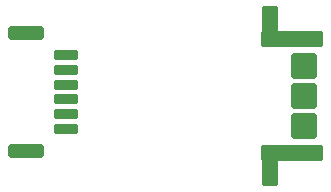
<source format=gbr>
G04*
G04 #@! TF.GenerationSoftware,Altium Limited,Altium Designer,24.7.2 (38)*
G04*
G04 Layer_Color=16711935*
%FSLAX25Y25*%
%MOIN*%
G70*
G04*
G04 #@! TF.SameCoordinates,0AE953C0-7C88-47E9-B79E-664DAA7B62C1*
G04*
G04*
G04 #@! TF.FilePolarity,Negative*
G04*
G01*
G75*
G04:AMPARAMS|DCode=52|XSize=204.85mil|YSize=55.24mil|CornerRadius=7.54mil|HoleSize=0mil|Usage=FLASHONLY|Rotation=0.000|XOffset=0mil|YOffset=0mil|HoleType=Round|Shape=RoundedRectangle|*
%AMROUNDEDRECTD52*
21,1,0.20485,0.04016,0,0,0.0*
21,1,0.18976,0.05524,0,0,0.0*
1,1,0.01509,0.09488,-0.02008*
1,1,0.01509,-0.09488,-0.02008*
1,1,0.01509,-0.09488,0.02008*
1,1,0.01509,0.09488,0.02008*
%
%ADD52ROUNDEDRECTD52*%
G04:AMPARAMS|DCode=53|XSize=86.74mil|YSize=86.74mil|CornerRadius=9.91mil|HoleSize=0mil|Usage=FLASHONLY|Rotation=0.000|XOffset=0mil|YOffset=0mil|HoleType=Round|Shape=RoundedRectangle|*
%AMROUNDEDRECTD53*
21,1,0.08674,0.06693,0,0,0.0*
21,1,0.06693,0.08674,0,0,0.0*
1,1,0.01981,0.03347,-0.03347*
1,1,0.01981,-0.03347,-0.03347*
1,1,0.01981,-0.03347,0.03347*
1,1,0.01981,0.03347,0.03347*
%
%ADD53ROUNDEDRECTD53*%
G04:AMPARAMS|DCode=54|XSize=106.42mil|YSize=55.24mil|CornerRadius=7.54mil|HoleSize=0mil|Usage=FLASHONLY|Rotation=90.000|XOffset=0mil|YOffset=0mil|HoleType=Round|Shape=RoundedRectangle|*
%AMROUNDEDRECTD54*
21,1,0.10642,0.04016,0,0,90.0*
21,1,0.09134,0.05524,0,0,90.0*
1,1,0.01509,0.02008,0.04567*
1,1,0.01509,0.02008,-0.04567*
1,1,0.01509,-0.02008,-0.04567*
1,1,0.01509,-0.02008,0.04567*
%
%ADD54ROUNDEDRECTD54*%
G04:AMPARAMS|DCode=71|XSize=34mil|YSize=79mil|CornerRadius=5.3mil|HoleSize=0mil|Usage=FLASHONLY|Rotation=90.000|XOffset=0mil|YOffset=0mil|HoleType=Round|Shape=RoundedRectangle|*
%AMROUNDEDRECTD71*
21,1,0.03400,0.06840,0,0,90.0*
21,1,0.02340,0.07900,0,0,90.0*
1,1,0.01060,0.03420,0.01170*
1,1,0.01060,0.03420,-0.01170*
1,1,0.01060,-0.03420,-0.01170*
1,1,0.01060,-0.03420,0.01170*
%
%ADD71ROUNDEDRECTD71*%
G04:AMPARAMS|DCode=72|XSize=118mil|YSize=47mil|CornerRadius=5.95mil|HoleSize=0mil|Usage=FLASHONLY|Rotation=0.000|XOffset=0mil|YOffset=0mil|HoleType=Round|Shape=RoundedRectangle|*
%AMROUNDEDRECTD72*
21,1,0.11800,0.03510,0,0,0.0*
21,1,0.10610,0.04700,0,0,0.0*
1,1,0.01190,0.05305,-0.01755*
1,1,0.01190,-0.05305,-0.01755*
1,1,0.01190,-0.05305,0.01755*
1,1,0.01190,0.05305,0.01755*
%
%ADD72ROUNDEDRECTD72*%
D52*
X226378Y117323D02*
D03*
Y79528D02*
D03*
D53*
X230315Y108425D02*
D03*
Y98425D02*
D03*
Y88425D02*
D03*
D54*
X218898Y123228D02*
D03*
Y73622D02*
D03*
D71*
X150984Y87402D02*
D03*
Y92323D02*
D03*
Y97244D02*
D03*
Y102165D02*
D03*
Y107087D02*
D03*
Y112008D02*
D03*
D72*
X137795Y80118D02*
D03*
Y119291D02*
D03*
M02*

</source>
